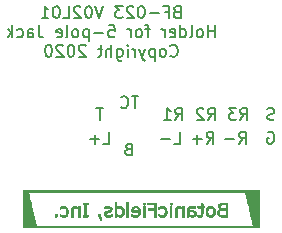
<source format=gbo>
G04 #@! TF.GenerationSoftware,KiCad,Pcbnew,(5.1.8)-1*
G04 #@! TF.CreationDate,2020-12-25T11:22:17+09:00*
G04 #@! TF.ProjectId,bf-023,62662d30-3233-42e6-9b69-6361645f7063,V02L01*
G04 #@! TF.SameCoordinates,Original*
G04 #@! TF.FileFunction,Legend,Bot*
G04 #@! TF.FilePolarity,Positive*
%FSLAX46Y46*%
G04 Gerber Fmt 4.6, Leading zero omitted, Abs format (unit mm)*
G04 Created by KiCad (PCBNEW (5.1.8)-1) date 2020-12-25 11:22:17*
%MOMM*%
%LPD*%
G01*
G04 APERTURE LIST*
%ADD10C,0.150000*%
%ADD11C,0.010000*%
G04 APERTURE END LIST*
D10*
X147416666Y-110952380D02*
X147750000Y-110476190D01*
X147988095Y-110952380D02*
X147988095Y-109952380D01*
X147607142Y-109952380D01*
X147511904Y-110000000D01*
X147464285Y-110047619D01*
X147416666Y-110142857D01*
X147416666Y-110285714D01*
X147464285Y-110380952D01*
X147511904Y-110428571D01*
X147607142Y-110476190D01*
X147988095Y-110476190D01*
X146464285Y-110952380D02*
X147035714Y-110952380D01*
X146750000Y-110952380D02*
X146750000Y-109952380D01*
X146845238Y-110095238D01*
X146940476Y-110190476D01*
X147035714Y-110238095D01*
X150166666Y-110952380D02*
X150500000Y-110476190D01*
X150738095Y-110952380D02*
X150738095Y-109952380D01*
X150357142Y-109952380D01*
X150261904Y-110000000D01*
X150214285Y-110047619D01*
X150166666Y-110142857D01*
X150166666Y-110285714D01*
X150214285Y-110380952D01*
X150261904Y-110428571D01*
X150357142Y-110476190D01*
X150738095Y-110476190D01*
X149785714Y-110047619D02*
X149738095Y-110000000D01*
X149642857Y-109952380D01*
X149404761Y-109952380D01*
X149309523Y-110000000D01*
X149261904Y-110047619D01*
X149214285Y-110142857D01*
X149214285Y-110238095D01*
X149261904Y-110380952D01*
X149833333Y-110952380D01*
X149214285Y-110952380D01*
X152916666Y-110952380D02*
X153250000Y-110476190D01*
X153488095Y-110952380D02*
X153488095Y-109952380D01*
X153107142Y-109952380D01*
X153011904Y-110000000D01*
X152964285Y-110047619D01*
X152916666Y-110142857D01*
X152916666Y-110285714D01*
X152964285Y-110380952D01*
X153011904Y-110428571D01*
X153107142Y-110476190D01*
X153488095Y-110476190D01*
X152583333Y-109952380D02*
X151964285Y-109952380D01*
X152297619Y-110333333D01*
X152154761Y-110333333D01*
X152059523Y-110380952D01*
X152011904Y-110428571D01*
X151964285Y-110523809D01*
X151964285Y-110761904D01*
X152011904Y-110857142D01*
X152059523Y-110904761D01*
X152154761Y-110952380D01*
X152440476Y-110952380D01*
X152535714Y-110904761D01*
X152583333Y-110857142D01*
X155785714Y-110904761D02*
X155642857Y-110952380D01*
X155404761Y-110952380D01*
X155309523Y-110904761D01*
X155261904Y-110857142D01*
X155214285Y-110761904D01*
X155214285Y-110666666D01*
X155261904Y-110571428D01*
X155309523Y-110523809D01*
X155404761Y-110476190D01*
X155595238Y-110428571D01*
X155690476Y-110380952D01*
X155738095Y-110333333D01*
X155785714Y-110238095D01*
X155785714Y-110142857D01*
X155738095Y-110047619D01*
X155690476Y-110000000D01*
X155595238Y-109952380D01*
X155357142Y-109952380D01*
X155214285Y-110000000D01*
X155238095Y-112000000D02*
X155333333Y-111952380D01*
X155476190Y-111952380D01*
X155619047Y-112000000D01*
X155714285Y-112095238D01*
X155761904Y-112190476D01*
X155809523Y-112380952D01*
X155809523Y-112523809D01*
X155761904Y-112714285D01*
X155714285Y-112809523D01*
X155619047Y-112904761D01*
X155476190Y-112952380D01*
X155380952Y-112952380D01*
X155238095Y-112904761D01*
X155190476Y-112857142D01*
X155190476Y-112523809D01*
X155380952Y-112523809D01*
X141285714Y-109952380D02*
X140714285Y-109952380D01*
X141000000Y-110952380D02*
X141000000Y-109952380D01*
X143428571Y-113428571D02*
X143285714Y-113476190D01*
X143238095Y-113523809D01*
X143190476Y-113619047D01*
X143190476Y-113761904D01*
X143238095Y-113857142D01*
X143285714Y-113904761D01*
X143380952Y-113952380D01*
X143761904Y-113952380D01*
X143761904Y-112952380D01*
X143428571Y-112952380D01*
X143333333Y-113000000D01*
X143285714Y-113047619D01*
X143238095Y-113142857D01*
X143238095Y-113238095D01*
X143285714Y-113333333D01*
X143333333Y-113380952D01*
X143428571Y-113428571D01*
X143761904Y-113428571D01*
X144285714Y-108952380D02*
X143714285Y-108952380D01*
X144000000Y-109952380D02*
X144000000Y-108952380D01*
X142809523Y-109857142D02*
X142857142Y-109904761D01*
X143000000Y-109952380D01*
X143095238Y-109952380D01*
X143238095Y-109904761D01*
X143333333Y-109809523D01*
X143380952Y-109714285D01*
X143428571Y-109523809D01*
X143428571Y-109380952D01*
X143380952Y-109190476D01*
X143333333Y-109095238D01*
X143238095Y-109000000D01*
X143095238Y-108952380D01*
X143000000Y-108952380D01*
X142857142Y-109000000D01*
X142809523Y-109047619D01*
X147309523Y-112952380D02*
X147785714Y-112952380D01*
X147785714Y-111952380D01*
X146976190Y-112571428D02*
X146214285Y-112571428D01*
X141309523Y-112952380D02*
X141785714Y-112952380D01*
X141785714Y-111952380D01*
X140976190Y-112571428D02*
X140214285Y-112571428D01*
X140595238Y-112952380D02*
X140595238Y-112190476D01*
X152809523Y-112952380D02*
X153142857Y-112476190D01*
X153380952Y-112952380D02*
X153380952Y-111952380D01*
X153000000Y-111952380D01*
X152904761Y-112000000D01*
X152857142Y-112047619D01*
X152809523Y-112142857D01*
X152809523Y-112285714D01*
X152857142Y-112380952D01*
X152904761Y-112428571D01*
X153000000Y-112476190D01*
X153380952Y-112476190D01*
X152380952Y-112571428D02*
X151619047Y-112571428D01*
X150059523Y-112952380D02*
X150392857Y-112476190D01*
X150630952Y-112952380D02*
X150630952Y-111952380D01*
X150250000Y-111952380D01*
X150154761Y-112000000D01*
X150107142Y-112047619D01*
X150059523Y-112142857D01*
X150059523Y-112285714D01*
X150107142Y-112380952D01*
X150154761Y-112428571D01*
X150250000Y-112476190D01*
X150630952Y-112476190D01*
X149630952Y-112571428D02*
X148869047Y-112571428D01*
X149250000Y-112952380D02*
X149250000Y-112190476D01*
X147523809Y-101778571D02*
X147380952Y-101826190D01*
X147333333Y-101873809D01*
X147285714Y-101969047D01*
X147285714Y-102111904D01*
X147333333Y-102207142D01*
X147380952Y-102254761D01*
X147476190Y-102302380D01*
X147857142Y-102302380D01*
X147857142Y-101302380D01*
X147523809Y-101302380D01*
X147428571Y-101350000D01*
X147380952Y-101397619D01*
X147333333Y-101492857D01*
X147333333Y-101588095D01*
X147380952Y-101683333D01*
X147428571Y-101730952D01*
X147523809Y-101778571D01*
X147857142Y-101778571D01*
X146523809Y-101778571D02*
X146857142Y-101778571D01*
X146857142Y-102302380D02*
X146857142Y-101302380D01*
X146380952Y-101302380D01*
X146000000Y-101921428D02*
X145238095Y-101921428D01*
X144571428Y-101302380D02*
X144476190Y-101302380D01*
X144380952Y-101350000D01*
X144333333Y-101397619D01*
X144285714Y-101492857D01*
X144238095Y-101683333D01*
X144238095Y-101921428D01*
X144285714Y-102111904D01*
X144333333Y-102207142D01*
X144380952Y-102254761D01*
X144476190Y-102302380D01*
X144571428Y-102302380D01*
X144666666Y-102254761D01*
X144714285Y-102207142D01*
X144761904Y-102111904D01*
X144809523Y-101921428D01*
X144809523Y-101683333D01*
X144761904Y-101492857D01*
X144714285Y-101397619D01*
X144666666Y-101350000D01*
X144571428Y-101302380D01*
X143857142Y-101397619D02*
X143809523Y-101350000D01*
X143714285Y-101302380D01*
X143476190Y-101302380D01*
X143380952Y-101350000D01*
X143333333Y-101397619D01*
X143285714Y-101492857D01*
X143285714Y-101588095D01*
X143333333Y-101730952D01*
X143904761Y-102302380D01*
X143285714Y-102302380D01*
X142952380Y-101302380D02*
X142333333Y-101302380D01*
X142666666Y-101683333D01*
X142523809Y-101683333D01*
X142428571Y-101730952D01*
X142380952Y-101778571D01*
X142333333Y-101873809D01*
X142333333Y-102111904D01*
X142380952Y-102207142D01*
X142428571Y-102254761D01*
X142523809Y-102302380D01*
X142809523Y-102302380D01*
X142904761Y-102254761D01*
X142952380Y-102207142D01*
X141285714Y-101302380D02*
X140952380Y-102302380D01*
X140619047Y-101302380D01*
X140095238Y-101302380D02*
X140000000Y-101302380D01*
X139904761Y-101350000D01*
X139857142Y-101397619D01*
X139809523Y-101492857D01*
X139761904Y-101683333D01*
X139761904Y-101921428D01*
X139809523Y-102111904D01*
X139857142Y-102207142D01*
X139904761Y-102254761D01*
X140000000Y-102302380D01*
X140095238Y-102302380D01*
X140190476Y-102254761D01*
X140238095Y-102207142D01*
X140285714Y-102111904D01*
X140333333Y-101921428D01*
X140333333Y-101683333D01*
X140285714Y-101492857D01*
X140238095Y-101397619D01*
X140190476Y-101350000D01*
X140095238Y-101302380D01*
X139380952Y-101397619D02*
X139333333Y-101350000D01*
X139238095Y-101302380D01*
X139000000Y-101302380D01*
X138904761Y-101350000D01*
X138857142Y-101397619D01*
X138809523Y-101492857D01*
X138809523Y-101588095D01*
X138857142Y-101730952D01*
X139428571Y-102302380D01*
X138809523Y-102302380D01*
X137904761Y-102302380D02*
X138380952Y-102302380D01*
X138380952Y-101302380D01*
X137380952Y-101302380D02*
X137285714Y-101302380D01*
X137190476Y-101350000D01*
X137142857Y-101397619D01*
X137095238Y-101492857D01*
X137047619Y-101683333D01*
X137047619Y-101921428D01*
X137095238Y-102111904D01*
X137142857Y-102207142D01*
X137190476Y-102254761D01*
X137285714Y-102302380D01*
X137380952Y-102302380D01*
X137476190Y-102254761D01*
X137523809Y-102207142D01*
X137571428Y-102111904D01*
X137619047Y-101921428D01*
X137619047Y-101683333D01*
X137571428Y-101492857D01*
X137523809Y-101397619D01*
X137476190Y-101350000D01*
X137380952Y-101302380D01*
X136095238Y-102302380D02*
X136666666Y-102302380D01*
X136380952Y-102302380D02*
X136380952Y-101302380D01*
X136476190Y-101445238D01*
X136571428Y-101540476D01*
X136666666Y-101588095D01*
X150738095Y-103952380D02*
X150738095Y-102952380D01*
X150738095Y-103428571D02*
X150166666Y-103428571D01*
X150166666Y-103952380D02*
X150166666Y-102952380D01*
X149547619Y-103952380D02*
X149642857Y-103904761D01*
X149690476Y-103857142D01*
X149738095Y-103761904D01*
X149738095Y-103476190D01*
X149690476Y-103380952D01*
X149642857Y-103333333D01*
X149547619Y-103285714D01*
X149404761Y-103285714D01*
X149309523Y-103333333D01*
X149261904Y-103380952D01*
X149214285Y-103476190D01*
X149214285Y-103761904D01*
X149261904Y-103857142D01*
X149309523Y-103904761D01*
X149404761Y-103952380D01*
X149547619Y-103952380D01*
X148642857Y-103952380D02*
X148738095Y-103904761D01*
X148785714Y-103809523D01*
X148785714Y-102952380D01*
X147833333Y-103952380D02*
X147833333Y-102952380D01*
X147833333Y-103904761D02*
X147928571Y-103952380D01*
X148119047Y-103952380D01*
X148214285Y-103904761D01*
X148261904Y-103857142D01*
X148309523Y-103761904D01*
X148309523Y-103476190D01*
X148261904Y-103380952D01*
X148214285Y-103333333D01*
X148119047Y-103285714D01*
X147928571Y-103285714D01*
X147833333Y-103333333D01*
X146976190Y-103904761D02*
X147071428Y-103952380D01*
X147261904Y-103952380D01*
X147357142Y-103904761D01*
X147404761Y-103809523D01*
X147404761Y-103428571D01*
X147357142Y-103333333D01*
X147261904Y-103285714D01*
X147071428Y-103285714D01*
X146976190Y-103333333D01*
X146928571Y-103428571D01*
X146928571Y-103523809D01*
X147404761Y-103619047D01*
X146500000Y-103952380D02*
X146500000Y-103285714D01*
X146500000Y-103476190D02*
X146452380Y-103380952D01*
X146404761Y-103333333D01*
X146309523Y-103285714D01*
X146214285Y-103285714D01*
X145261904Y-103285714D02*
X144880952Y-103285714D01*
X145119047Y-103952380D02*
X145119047Y-103095238D01*
X145071428Y-103000000D01*
X144976190Y-102952380D01*
X144880952Y-102952380D01*
X144404761Y-103952380D02*
X144500000Y-103904761D01*
X144547619Y-103857142D01*
X144595238Y-103761904D01*
X144595238Y-103476190D01*
X144547619Y-103380952D01*
X144500000Y-103333333D01*
X144404761Y-103285714D01*
X144261904Y-103285714D01*
X144166666Y-103333333D01*
X144119047Y-103380952D01*
X144071428Y-103476190D01*
X144071428Y-103761904D01*
X144119047Y-103857142D01*
X144166666Y-103904761D01*
X144261904Y-103952380D01*
X144404761Y-103952380D01*
X143642857Y-103952380D02*
X143642857Y-103285714D01*
X143642857Y-103476190D02*
X143595238Y-103380952D01*
X143547619Y-103333333D01*
X143452380Y-103285714D01*
X143357142Y-103285714D01*
X141785714Y-102952380D02*
X142261904Y-102952380D01*
X142309523Y-103428571D01*
X142261904Y-103380952D01*
X142166666Y-103333333D01*
X141928571Y-103333333D01*
X141833333Y-103380952D01*
X141785714Y-103428571D01*
X141738095Y-103523809D01*
X141738095Y-103761904D01*
X141785714Y-103857142D01*
X141833333Y-103904761D01*
X141928571Y-103952380D01*
X142166666Y-103952380D01*
X142261904Y-103904761D01*
X142309523Y-103857142D01*
X141309523Y-103571428D02*
X140547619Y-103571428D01*
X140071428Y-103285714D02*
X140071428Y-104285714D01*
X140071428Y-103333333D02*
X139976190Y-103285714D01*
X139785714Y-103285714D01*
X139690476Y-103333333D01*
X139642857Y-103380952D01*
X139595238Y-103476190D01*
X139595238Y-103761904D01*
X139642857Y-103857142D01*
X139690476Y-103904761D01*
X139785714Y-103952380D01*
X139976190Y-103952380D01*
X140071428Y-103904761D01*
X139023809Y-103952380D02*
X139119047Y-103904761D01*
X139166666Y-103857142D01*
X139214285Y-103761904D01*
X139214285Y-103476190D01*
X139166666Y-103380952D01*
X139119047Y-103333333D01*
X139023809Y-103285714D01*
X138880952Y-103285714D01*
X138785714Y-103333333D01*
X138738095Y-103380952D01*
X138690476Y-103476190D01*
X138690476Y-103761904D01*
X138738095Y-103857142D01*
X138785714Y-103904761D01*
X138880952Y-103952380D01*
X139023809Y-103952380D01*
X138119047Y-103952380D02*
X138214285Y-103904761D01*
X138261904Y-103809523D01*
X138261904Y-102952380D01*
X137357142Y-103904761D02*
X137452380Y-103952380D01*
X137642857Y-103952380D01*
X137738095Y-103904761D01*
X137785714Y-103809523D01*
X137785714Y-103428571D01*
X137738095Y-103333333D01*
X137642857Y-103285714D01*
X137452380Y-103285714D01*
X137357142Y-103333333D01*
X137309523Y-103428571D01*
X137309523Y-103523809D01*
X137785714Y-103619047D01*
X135833333Y-102952380D02*
X135833333Y-103666666D01*
X135880952Y-103809523D01*
X135976190Y-103904761D01*
X136119047Y-103952380D01*
X136214285Y-103952380D01*
X134928571Y-103952380D02*
X134928571Y-103428571D01*
X134976190Y-103333333D01*
X135071428Y-103285714D01*
X135261904Y-103285714D01*
X135357142Y-103333333D01*
X134928571Y-103904761D02*
X135023809Y-103952380D01*
X135261904Y-103952380D01*
X135357142Y-103904761D01*
X135404761Y-103809523D01*
X135404761Y-103714285D01*
X135357142Y-103619047D01*
X135261904Y-103571428D01*
X135023809Y-103571428D01*
X134928571Y-103523809D01*
X134023809Y-103904761D02*
X134119047Y-103952380D01*
X134309523Y-103952380D01*
X134404761Y-103904761D01*
X134452380Y-103857142D01*
X134500000Y-103761904D01*
X134500000Y-103476190D01*
X134452380Y-103380952D01*
X134404761Y-103333333D01*
X134309523Y-103285714D01*
X134119047Y-103285714D01*
X134023809Y-103333333D01*
X133595238Y-103952380D02*
X133595238Y-102952380D01*
X133500000Y-103571428D02*
X133214285Y-103952380D01*
X133214285Y-103285714D02*
X133595238Y-103666666D01*
X147000000Y-105507142D02*
X147047619Y-105554761D01*
X147190476Y-105602380D01*
X147285714Y-105602380D01*
X147428571Y-105554761D01*
X147523809Y-105459523D01*
X147571428Y-105364285D01*
X147619047Y-105173809D01*
X147619047Y-105030952D01*
X147571428Y-104840476D01*
X147523809Y-104745238D01*
X147428571Y-104650000D01*
X147285714Y-104602380D01*
X147190476Y-104602380D01*
X147047619Y-104650000D01*
X147000000Y-104697619D01*
X146428571Y-105602380D02*
X146523809Y-105554761D01*
X146571428Y-105507142D01*
X146619047Y-105411904D01*
X146619047Y-105126190D01*
X146571428Y-105030952D01*
X146523809Y-104983333D01*
X146428571Y-104935714D01*
X146285714Y-104935714D01*
X146190476Y-104983333D01*
X146142857Y-105030952D01*
X146095238Y-105126190D01*
X146095238Y-105411904D01*
X146142857Y-105507142D01*
X146190476Y-105554761D01*
X146285714Y-105602380D01*
X146428571Y-105602380D01*
X145666666Y-104935714D02*
X145666666Y-105935714D01*
X145666666Y-104983333D02*
X145571428Y-104935714D01*
X145380952Y-104935714D01*
X145285714Y-104983333D01*
X145238095Y-105030952D01*
X145190476Y-105126190D01*
X145190476Y-105411904D01*
X145238095Y-105507142D01*
X145285714Y-105554761D01*
X145380952Y-105602380D01*
X145571428Y-105602380D01*
X145666666Y-105554761D01*
X144857142Y-104935714D02*
X144619047Y-105602380D01*
X144380952Y-104935714D02*
X144619047Y-105602380D01*
X144714285Y-105840476D01*
X144761904Y-105888095D01*
X144857142Y-105935714D01*
X144000000Y-105602380D02*
X144000000Y-104935714D01*
X144000000Y-105126190D02*
X143952380Y-105030952D01*
X143904761Y-104983333D01*
X143809523Y-104935714D01*
X143714285Y-104935714D01*
X143380952Y-105602380D02*
X143380952Y-104935714D01*
X143380952Y-104602380D02*
X143428571Y-104650000D01*
X143380952Y-104697619D01*
X143333333Y-104650000D01*
X143380952Y-104602380D01*
X143380952Y-104697619D01*
X142476190Y-104935714D02*
X142476190Y-105745238D01*
X142523809Y-105840476D01*
X142571428Y-105888095D01*
X142666666Y-105935714D01*
X142809523Y-105935714D01*
X142904761Y-105888095D01*
X142476190Y-105554761D02*
X142571428Y-105602380D01*
X142761904Y-105602380D01*
X142857142Y-105554761D01*
X142904761Y-105507142D01*
X142952380Y-105411904D01*
X142952380Y-105126190D01*
X142904761Y-105030952D01*
X142857142Y-104983333D01*
X142761904Y-104935714D01*
X142571428Y-104935714D01*
X142476190Y-104983333D01*
X142000000Y-105602380D02*
X142000000Y-104602380D01*
X141571428Y-105602380D02*
X141571428Y-105078571D01*
X141619047Y-104983333D01*
X141714285Y-104935714D01*
X141857142Y-104935714D01*
X141952380Y-104983333D01*
X142000000Y-105030952D01*
X141238095Y-104935714D02*
X140857142Y-104935714D01*
X141095238Y-104602380D02*
X141095238Y-105459523D01*
X141047619Y-105554761D01*
X140952380Y-105602380D01*
X140857142Y-105602380D01*
X139809523Y-104697619D02*
X139761904Y-104650000D01*
X139666666Y-104602380D01*
X139428571Y-104602380D01*
X139333333Y-104650000D01*
X139285714Y-104697619D01*
X139238095Y-104792857D01*
X139238095Y-104888095D01*
X139285714Y-105030952D01*
X139857142Y-105602380D01*
X139238095Y-105602380D01*
X138619047Y-104602380D02*
X138523809Y-104602380D01*
X138428571Y-104650000D01*
X138380952Y-104697619D01*
X138333333Y-104792857D01*
X138285714Y-104983333D01*
X138285714Y-105221428D01*
X138333333Y-105411904D01*
X138380952Y-105507142D01*
X138428571Y-105554761D01*
X138523809Y-105602380D01*
X138619047Y-105602380D01*
X138714285Y-105554761D01*
X138761904Y-105507142D01*
X138809523Y-105411904D01*
X138857142Y-105221428D01*
X138857142Y-104983333D01*
X138809523Y-104792857D01*
X138761904Y-104697619D01*
X138714285Y-104650000D01*
X138619047Y-104602380D01*
X137904761Y-104697619D02*
X137857142Y-104650000D01*
X137761904Y-104602380D01*
X137523809Y-104602380D01*
X137428571Y-104650000D01*
X137380952Y-104697619D01*
X137333333Y-104792857D01*
X137333333Y-104888095D01*
X137380952Y-105030952D01*
X137952380Y-105602380D01*
X137333333Y-105602380D01*
X136714285Y-104602380D02*
X136619047Y-104602380D01*
X136523809Y-104650000D01*
X136476190Y-104697619D01*
X136428571Y-104792857D01*
X136380952Y-104983333D01*
X136380952Y-105221428D01*
X136428571Y-105411904D01*
X136476190Y-105507142D01*
X136523809Y-105554761D01*
X136619047Y-105602380D01*
X136714285Y-105602380D01*
X136809523Y-105554761D01*
X136857142Y-105507142D01*
X136904761Y-105411904D01*
X136952380Y-105221428D01*
X136952380Y-104983333D01*
X136904761Y-104792857D01*
X136857142Y-104697619D01*
X136809523Y-104650000D01*
X136714285Y-104602380D01*
D11*
G36*
X144722618Y-117960633D02*
G01*
X144702815Y-117990430D01*
X144700500Y-118030500D01*
X144708242Y-118086197D01*
X144741156Y-118109716D01*
X144770495Y-118114751D01*
X144832637Y-118107967D01*
X144855193Y-118084484D01*
X144865279Y-118012870D01*
X144834183Y-117967685D01*
X144776353Y-117954300D01*
X144722618Y-117960633D01*
G37*
X144722618Y-117960633D02*
X144702815Y-117990430D01*
X144700500Y-118030500D01*
X144708242Y-118086197D01*
X144741156Y-118109716D01*
X144770495Y-118114751D01*
X144832637Y-118107967D01*
X144855193Y-118084484D01*
X144865279Y-118012870D01*
X144834183Y-117967685D01*
X144776353Y-117954300D01*
X144722618Y-117960633D01*
G36*
X146957818Y-117960633D02*
G01*
X146938015Y-117990430D01*
X146935700Y-118030500D01*
X146943442Y-118086197D01*
X146976356Y-118109716D01*
X147005695Y-118114751D01*
X147067837Y-118107967D01*
X147090393Y-118084484D01*
X147100479Y-118012870D01*
X147069383Y-117967685D01*
X147011553Y-117954300D01*
X146957818Y-117960633D01*
G37*
X146957818Y-117960633D02*
X146938015Y-117990430D01*
X146935700Y-118030500D01*
X146943442Y-118086197D01*
X146976356Y-118109716D01*
X147005695Y-118114751D01*
X147067837Y-118107967D01*
X147090393Y-118084484D01*
X147100479Y-118012870D01*
X147069383Y-117967685D01*
X147011553Y-117954300D01*
X146957818Y-117960633D01*
G36*
X137229076Y-118909240D02*
G01*
X137203210Y-118925776D01*
X137195349Y-118970236D01*
X137194800Y-119021100D01*
X137196698Y-119091330D01*
X137209560Y-119124587D01*
X137244140Y-119134694D01*
X137283700Y-119135400D01*
X137338325Y-119132959D01*
X137364191Y-119116423D01*
X137372052Y-119071963D01*
X137372600Y-119021100D01*
X137370703Y-118950869D01*
X137357841Y-118917612D01*
X137323261Y-118907505D01*
X137283700Y-118906800D01*
X137229076Y-118909240D01*
G37*
X137229076Y-118909240D02*
X137203210Y-118925776D01*
X137195349Y-118970236D01*
X137194800Y-119021100D01*
X137196698Y-119091330D01*
X137209560Y-119124587D01*
X137244140Y-119134694D01*
X137283700Y-119135400D01*
X137338325Y-119132959D01*
X137364191Y-119116423D01*
X137372052Y-119071963D01*
X137372600Y-119021100D01*
X137370703Y-118950869D01*
X137357841Y-118917612D01*
X137323261Y-118907505D01*
X137283700Y-118906800D01*
X137229076Y-118909240D01*
G36*
X138731933Y-118263360D02*
G01*
X138677388Y-118301666D01*
X138634073Y-118357235D01*
X138603046Y-118429412D01*
X138582647Y-118526448D01*
X138571214Y-118656590D01*
X138567086Y-118828089D01*
X138567006Y-118849650D01*
X138566400Y-119135400D01*
X138714763Y-119135400D01*
X138723132Y-118807784D01*
X138727679Y-118668365D01*
X138733917Y-118570326D01*
X138743248Y-118504245D01*
X138757076Y-118460703D01*
X138776804Y-118430280D01*
X138779887Y-118426784D01*
X138845837Y-118383075D01*
X138931738Y-118379311D01*
X139042836Y-118415486D01*
X139066381Y-118426465D01*
X139176000Y-118479531D01*
X139176000Y-119135400D01*
X139329600Y-119135400D01*
X139315700Y-118259100D01*
X139245850Y-118251062D01*
X139194448Y-118252646D01*
X139176816Y-118280180D01*
X139176000Y-118295512D01*
X139173896Y-118332355D01*
X139160301Y-118343851D01*
X139124289Y-118329761D01*
X139060230Y-118292966D01*
X138946995Y-118247245D01*
X138832902Y-118237482D01*
X138731933Y-118263360D01*
G37*
X138731933Y-118263360D02*
X138677388Y-118301666D01*
X138634073Y-118357235D01*
X138603046Y-118429412D01*
X138582647Y-118526448D01*
X138571214Y-118656590D01*
X138567086Y-118828089D01*
X138567006Y-118849650D01*
X138566400Y-119135400D01*
X138714763Y-119135400D01*
X138723132Y-118807784D01*
X138727679Y-118668365D01*
X138733917Y-118570326D01*
X138743248Y-118504245D01*
X138757076Y-118460703D01*
X138776804Y-118430280D01*
X138779887Y-118426784D01*
X138845837Y-118383075D01*
X138931738Y-118379311D01*
X139042836Y-118415486D01*
X139066381Y-118426465D01*
X139176000Y-118479531D01*
X139176000Y-119135400D01*
X139329600Y-119135400D01*
X139315700Y-118259100D01*
X139245850Y-118251062D01*
X139194448Y-118252646D01*
X139176816Y-118280180D01*
X139176000Y-118295512D01*
X139173896Y-118332355D01*
X139160301Y-118343851D01*
X139124289Y-118329761D01*
X139060230Y-118292966D01*
X138946995Y-118247245D01*
X138832902Y-118237482D01*
X138731933Y-118263360D01*
G36*
X139677385Y-117967505D02*
G01*
X139610195Y-117970832D01*
X139574252Y-117979696D01*
X139559783Y-117996813D01*
X139557012Y-118024898D01*
X139557000Y-118030500D01*
X139565202Y-118075881D01*
X139600064Y-118092483D01*
X139633200Y-118094000D01*
X139709400Y-118094000D01*
X139709400Y-119008400D01*
X139633200Y-119008400D01*
X139578742Y-119015234D01*
X139558820Y-119044286D01*
X139557000Y-119071900D01*
X139558821Y-119101959D01*
X139570799Y-119120623D01*
X139602710Y-119130607D01*
X139664329Y-119134627D01*
X139765433Y-119135396D01*
X139785600Y-119135400D01*
X139893816Y-119134894D01*
X139961006Y-119131567D01*
X139996949Y-119122703D01*
X140011418Y-119105586D01*
X140014189Y-119077501D01*
X140014200Y-119071900D01*
X140005999Y-119026518D01*
X139971137Y-119009916D01*
X139938000Y-119008400D01*
X139861800Y-119008400D01*
X139861800Y-118094000D01*
X139938000Y-118094000D01*
X139992459Y-118087165D01*
X140012381Y-118058113D01*
X140014200Y-118030500D01*
X140012380Y-118000440D01*
X140000402Y-117981776D01*
X139968491Y-117971792D01*
X139906872Y-117967772D01*
X139805768Y-117967003D01*
X139785600Y-117967000D01*
X139677385Y-117967505D01*
G37*
X139677385Y-117967505D02*
X139610195Y-117970832D01*
X139574252Y-117979696D01*
X139559783Y-117996813D01*
X139557012Y-118024898D01*
X139557000Y-118030500D01*
X139565202Y-118075881D01*
X139600064Y-118092483D01*
X139633200Y-118094000D01*
X139709400Y-118094000D01*
X139709400Y-119008400D01*
X139633200Y-119008400D01*
X139578742Y-119015234D01*
X139558820Y-119044286D01*
X139557000Y-119071900D01*
X139558821Y-119101959D01*
X139570799Y-119120623D01*
X139602710Y-119130607D01*
X139664329Y-119134627D01*
X139765433Y-119135396D01*
X139785600Y-119135400D01*
X139893816Y-119134894D01*
X139961006Y-119131567D01*
X139996949Y-119122703D01*
X140011418Y-119105586D01*
X140014189Y-119077501D01*
X140014200Y-119071900D01*
X140005999Y-119026518D01*
X139971137Y-119009916D01*
X139938000Y-119008400D01*
X139861800Y-119008400D01*
X139861800Y-118094000D01*
X139938000Y-118094000D01*
X139992459Y-118087165D01*
X140012381Y-118058113D01*
X140014200Y-118030500D01*
X140012380Y-118000440D01*
X140000402Y-117981776D01*
X139968491Y-117971792D01*
X139906872Y-117967772D01*
X139805768Y-117967003D01*
X139785600Y-117967000D01*
X139677385Y-117967505D01*
G36*
X143265400Y-119135400D02*
G01*
X143417800Y-119135400D01*
X143417800Y-117916200D01*
X143265400Y-117916200D01*
X143265400Y-119135400D01*
G37*
X143265400Y-119135400D02*
X143417800Y-119135400D01*
X143417800Y-117916200D01*
X143265400Y-117916200D01*
X143265400Y-119135400D01*
G36*
X144770350Y-118251062D02*
G01*
X144700500Y-118259100D01*
X144693551Y-118697250D01*
X144686601Y-119135400D01*
X144840200Y-119135400D01*
X144840200Y-118243025D01*
X144770350Y-118251062D01*
G37*
X144770350Y-118251062D02*
X144700500Y-118259100D01*
X144693551Y-118697250D01*
X144686601Y-119135400D01*
X144840200Y-119135400D01*
X144840200Y-118243025D01*
X144770350Y-118251062D01*
G36*
X145018000Y-118094000D02*
G01*
X145627600Y-118094000D01*
X145627600Y-118424200D01*
X145119600Y-118424200D01*
X145119600Y-118576600D01*
X145627600Y-118576600D01*
X145627600Y-119135400D01*
X145780000Y-119135400D01*
X145780000Y-117967000D01*
X145018000Y-117967000D01*
X145018000Y-118094000D01*
G37*
X145018000Y-118094000D02*
X145627600Y-118094000D01*
X145627600Y-118424200D01*
X145119600Y-118424200D01*
X145119600Y-118576600D01*
X145627600Y-118576600D01*
X145627600Y-119135400D01*
X145780000Y-119135400D01*
X145780000Y-117967000D01*
X145018000Y-117967000D01*
X145018000Y-118094000D01*
G36*
X147005550Y-118251062D02*
G01*
X146935700Y-118259100D01*
X146928751Y-118697250D01*
X146921801Y-119135400D01*
X147075400Y-119135400D01*
X147075400Y-118243025D01*
X147005550Y-118251062D01*
G37*
X147005550Y-118251062D02*
X146935700Y-118259100D01*
X146928751Y-118697250D01*
X146921801Y-119135400D01*
X147075400Y-119135400D01*
X147075400Y-118243025D01*
X147005550Y-118251062D01*
G36*
X147545733Y-118263360D02*
G01*
X147491188Y-118301666D01*
X147447873Y-118357235D01*
X147416846Y-118429412D01*
X147396447Y-118526448D01*
X147385014Y-118656590D01*
X147380886Y-118828089D01*
X147380806Y-118849650D01*
X147380200Y-119135400D01*
X147528563Y-119135400D01*
X147536932Y-118807784D01*
X147541479Y-118668365D01*
X147547717Y-118570326D01*
X147557048Y-118504245D01*
X147570876Y-118460703D01*
X147590604Y-118430280D01*
X147593687Y-118426784D01*
X147659637Y-118383075D01*
X147745538Y-118379311D01*
X147856636Y-118415486D01*
X147880181Y-118426465D01*
X147989800Y-118479531D01*
X147989800Y-119135400D01*
X148143400Y-119135400D01*
X148129500Y-118259100D01*
X148059650Y-118251062D01*
X148008248Y-118252646D01*
X147990616Y-118280180D01*
X147989800Y-118295512D01*
X147987696Y-118332355D01*
X147974101Y-118343851D01*
X147938089Y-118329761D01*
X147874030Y-118292966D01*
X147760795Y-118247245D01*
X147646702Y-118237482D01*
X147545733Y-118263360D01*
G37*
X147545733Y-118263360D02*
X147491188Y-118301666D01*
X147447873Y-118357235D01*
X147416846Y-118429412D01*
X147396447Y-118526448D01*
X147385014Y-118656590D01*
X147380886Y-118828089D01*
X147380806Y-118849650D01*
X147380200Y-119135400D01*
X147528563Y-119135400D01*
X147536932Y-118807784D01*
X147541479Y-118668365D01*
X147547717Y-118570326D01*
X147557048Y-118504245D01*
X147570876Y-118460703D01*
X147590604Y-118430280D01*
X147593687Y-118426784D01*
X147659637Y-118383075D01*
X147745538Y-118379311D01*
X147856636Y-118415486D01*
X147880181Y-118426465D01*
X147989800Y-118479531D01*
X147989800Y-119135400D01*
X148143400Y-119135400D01*
X148129500Y-118259100D01*
X148059650Y-118251062D01*
X148008248Y-118252646D01*
X147990616Y-118280180D01*
X147989800Y-118295512D01*
X147987696Y-118332355D01*
X147974101Y-118343851D01*
X147938089Y-118329761D01*
X147874030Y-118292966D01*
X147760795Y-118247245D01*
X147646702Y-118237482D01*
X147545733Y-118263360D01*
G36*
X151374833Y-117971614D02*
G01*
X151249534Y-117986835D01*
X151160474Y-118014724D01*
X151100734Y-118057345D01*
X151066720Y-118109119D01*
X151037905Y-118222311D01*
X151057744Y-118325032D01*
X151109492Y-118398199D01*
X151181184Y-118469890D01*
X151097940Y-118509587D01*
X151013824Y-118575453D01*
X150960173Y-118669906D01*
X150939276Y-118779262D01*
X150953421Y-118889836D01*
X151004898Y-118987946D01*
X151015809Y-119000555D01*
X151076067Y-119055432D01*
X151145463Y-119093738D01*
X151234007Y-119118084D01*
X151351706Y-119131083D01*
X151508569Y-119135350D01*
X151532285Y-119135400D01*
X151825200Y-119135400D01*
X151825200Y-118576600D01*
X151672800Y-118576600D01*
X151672800Y-119008400D01*
X151494185Y-119008400D01*
X151388162Y-119003002D01*
X151289923Y-118988901D01*
X151227323Y-118971528D01*
X151144402Y-118913373D01*
X151103525Y-118828133D01*
X151105329Y-118727907D01*
X151133740Y-118661147D01*
X151191696Y-118615423D01*
X151285150Y-118588255D01*
X151420050Y-118577163D01*
X151468339Y-118576600D01*
X151672800Y-118576600D01*
X151825200Y-118576600D01*
X151825200Y-118424200D01*
X151672800Y-118424200D01*
X151487155Y-118424200D01*
X151374756Y-118419296D01*
X151291736Y-118405741D01*
X151256182Y-118391055D01*
X151224252Y-118341964D01*
X151208809Y-118268141D01*
X151211837Y-118193093D01*
X151235032Y-118140608D01*
X151273040Y-118125338D01*
X151347420Y-118111264D01*
X151443761Y-118100935D01*
X151468667Y-118099290D01*
X151672800Y-118087472D01*
X151672800Y-118424200D01*
X151825200Y-118424200D01*
X151825200Y-117967000D01*
X151543289Y-117966999D01*
X151374833Y-117971614D01*
G37*
X151374833Y-117971614D02*
X151249534Y-117986835D01*
X151160474Y-118014724D01*
X151100734Y-118057345D01*
X151066720Y-118109119D01*
X151037905Y-118222311D01*
X151057744Y-118325032D01*
X151109492Y-118398199D01*
X151181184Y-118469890D01*
X151097940Y-118509587D01*
X151013824Y-118575453D01*
X150960173Y-118669906D01*
X150939276Y-118779262D01*
X150953421Y-118889836D01*
X151004898Y-118987946D01*
X151015809Y-119000555D01*
X151076067Y-119055432D01*
X151145463Y-119093738D01*
X151234007Y-119118084D01*
X151351706Y-119131083D01*
X151508569Y-119135350D01*
X151532285Y-119135400D01*
X151825200Y-119135400D01*
X151825200Y-118576600D01*
X151672800Y-118576600D01*
X151672800Y-119008400D01*
X151494185Y-119008400D01*
X151388162Y-119003002D01*
X151289923Y-118988901D01*
X151227323Y-118971528D01*
X151144402Y-118913373D01*
X151103525Y-118828133D01*
X151105329Y-118727907D01*
X151133740Y-118661147D01*
X151191696Y-118615423D01*
X151285150Y-118588255D01*
X151420050Y-118577163D01*
X151468339Y-118576600D01*
X151672800Y-118576600D01*
X151825200Y-118576600D01*
X151825200Y-118424200D01*
X151672800Y-118424200D01*
X151487155Y-118424200D01*
X151374756Y-118419296D01*
X151291736Y-118405741D01*
X151256182Y-118391055D01*
X151224252Y-118341964D01*
X151208809Y-118268141D01*
X151211837Y-118193093D01*
X151235032Y-118140608D01*
X151273040Y-118125338D01*
X151347420Y-118111264D01*
X151443761Y-118100935D01*
X151468667Y-118099290D01*
X151672800Y-118087472D01*
X151672800Y-118424200D01*
X151825200Y-118424200D01*
X151825200Y-117967000D01*
X151543289Y-117966999D01*
X151374833Y-117971614D01*
G36*
X137732962Y-118266444D02*
G01*
X137718347Y-118270860D01*
X137657231Y-118296822D01*
X137631508Y-118331581D01*
X137626600Y-118385331D01*
X137626600Y-118469523D01*
X137720871Y-118421461D01*
X137849035Y-118378243D01*
X137964302Y-118380668D01*
X138060643Y-118424048D01*
X138132025Y-118503691D01*
X138172416Y-118614908D01*
X138175785Y-118753008D01*
X138173123Y-118773134D01*
X138135343Y-118896885D01*
X138067425Y-118981022D01*
X137973192Y-119023710D01*
X137856469Y-119023111D01*
X137734550Y-118983684D01*
X137626600Y-118934683D01*
X137626600Y-119010937D01*
X137635572Y-119067008D01*
X137671781Y-119103301D01*
X137714685Y-119123996D01*
X137833225Y-119153686D01*
X137964299Y-119156061D01*
X138082135Y-119131042D01*
X138096500Y-119125176D01*
X138202409Y-119052417D01*
X138279509Y-118946622D01*
X138324754Y-118818542D01*
X138335097Y-118678923D01*
X138307492Y-118538514D01*
X138280650Y-118475518D01*
X138231578Y-118397048D01*
X138175329Y-118331184D01*
X138154704Y-118313564D01*
X138072208Y-118276082D01*
X137960986Y-118254421D01*
X137841188Y-118250551D01*
X137732962Y-118266444D01*
G37*
X137732962Y-118266444D02*
X137718347Y-118270860D01*
X137657231Y-118296822D01*
X137631508Y-118331581D01*
X137626600Y-118385331D01*
X137626600Y-118469523D01*
X137720871Y-118421461D01*
X137849035Y-118378243D01*
X137964302Y-118380668D01*
X138060643Y-118424048D01*
X138132025Y-118503691D01*
X138172416Y-118614908D01*
X138175785Y-118753008D01*
X138173123Y-118773134D01*
X138135343Y-118896885D01*
X138067425Y-118981022D01*
X137973192Y-119023710D01*
X137856469Y-119023111D01*
X137734550Y-118983684D01*
X137626600Y-118934683D01*
X137626600Y-119010937D01*
X137635572Y-119067008D01*
X137671781Y-119103301D01*
X137714685Y-119123996D01*
X137833225Y-119153686D01*
X137964299Y-119156061D01*
X138082135Y-119131042D01*
X138096500Y-119125176D01*
X138202409Y-119052417D01*
X138279509Y-118946622D01*
X138324754Y-118818542D01*
X138335097Y-118678923D01*
X138307492Y-118538514D01*
X138280650Y-118475518D01*
X138231578Y-118397048D01*
X138175329Y-118331184D01*
X138154704Y-118313564D01*
X138072208Y-118276082D01*
X137960986Y-118254421D01*
X137841188Y-118250551D01*
X137732962Y-118266444D01*
G36*
X141568074Y-118249307D02*
G01*
X141474700Y-118266426D01*
X141417955Y-118293261D01*
X141394106Y-118342866D01*
X141390541Y-118368724D01*
X141389874Y-118426684D01*
X141409172Y-118445215D01*
X141457082Y-118428136D01*
X141487400Y-118411500D01*
X141550235Y-118389956D01*
X141637653Y-118376470D01*
X141682810Y-118374300D01*
X141767517Y-118378026D01*
X141818736Y-118394275D01*
X141853281Y-118428457D01*
X141853924Y-118429371D01*
X141879106Y-118478152D01*
X141869108Y-118520379D01*
X141858667Y-118537245D01*
X141808780Y-118581999D01*
X141751053Y-118607845D01*
X141676873Y-118626590D01*
X141589250Y-118648457D01*
X141575209Y-118651934D01*
X141462103Y-118695111D01*
X141392557Y-118760332D01*
X141362413Y-118852220D01*
X141360400Y-118890661D01*
X141376475Y-118988068D01*
X141429298Y-119064554D01*
X141525764Y-119129933D01*
X141530181Y-119132225D01*
X141600634Y-119151355D01*
X141700888Y-119158354D01*
X141811466Y-119153437D01*
X141912892Y-119136821D01*
X141944600Y-119127616D01*
X142006748Y-119098396D01*
X142034480Y-119056026D01*
X142041460Y-119014750D01*
X142043778Y-118958689D01*
X142038782Y-118932464D01*
X142037884Y-118932200D01*
X142009969Y-118941798D01*
X141952071Y-118966187D01*
X141915624Y-118982442D01*
X141807010Y-119018167D01*
X141697199Y-119031819D01*
X141602950Y-119022548D01*
X141553576Y-119000797D01*
X141518497Y-118944865D01*
X141516971Y-118892847D01*
X141525090Y-118852967D01*
X141545817Y-118825975D01*
X141590341Y-118804710D01*
X141669850Y-118782010D01*
X141703300Y-118773574D01*
X141801897Y-118744728D01*
X141888383Y-118711994D01*
X141943233Y-118682954D01*
X142005561Y-118608642D01*
X142028698Y-118517554D01*
X142014317Y-118423099D01*
X141964088Y-118338685D01*
X141893554Y-118284372D01*
X141805645Y-118257052D01*
X141690121Y-118245063D01*
X141568074Y-118249307D01*
G37*
X141568074Y-118249307D02*
X141474700Y-118266426D01*
X141417955Y-118293261D01*
X141394106Y-118342866D01*
X141390541Y-118368724D01*
X141389874Y-118426684D01*
X141409172Y-118445215D01*
X141457082Y-118428136D01*
X141487400Y-118411500D01*
X141550235Y-118389956D01*
X141637653Y-118376470D01*
X141682810Y-118374300D01*
X141767517Y-118378026D01*
X141818736Y-118394275D01*
X141853281Y-118428457D01*
X141853924Y-118429371D01*
X141879106Y-118478152D01*
X141869108Y-118520379D01*
X141858667Y-118537245D01*
X141808780Y-118581999D01*
X141751053Y-118607845D01*
X141676873Y-118626590D01*
X141589250Y-118648457D01*
X141575209Y-118651934D01*
X141462103Y-118695111D01*
X141392557Y-118760332D01*
X141362413Y-118852220D01*
X141360400Y-118890661D01*
X141376475Y-118988068D01*
X141429298Y-119064554D01*
X141525764Y-119129933D01*
X141530181Y-119132225D01*
X141600634Y-119151355D01*
X141700888Y-119158354D01*
X141811466Y-119153437D01*
X141912892Y-119136821D01*
X141944600Y-119127616D01*
X142006748Y-119098396D01*
X142034480Y-119056026D01*
X142041460Y-119014750D01*
X142043778Y-118958689D01*
X142038782Y-118932464D01*
X142037884Y-118932200D01*
X142009969Y-118941798D01*
X141952071Y-118966187D01*
X141915624Y-118982442D01*
X141807010Y-119018167D01*
X141697199Y-119031819D01*
X141602950Y-119022548D01*
X141553576Y-119000797D01*
X141518497Y-118944865D01*
X141516971Y-118892847D01*
X141525090Y-118852967D01*
X141545817Y-118825975D01*
X141590341Y-118804710D01*
X141669850Y-118782010D01*
X141703300Y-118773574D01*
X141801897Y-118744728D01*
X141888383Y-118711994D01*
X141943233Y-118682954D01*
X142005561Y-118608642D01*
X142028698Y-118517554D01*
X142014317Y-118423099D01*
X141964088Y-118338685D01*
X141893554Y-118284372D01*
X141805645Y-118257052D01*
X141690121Y-118245063D01*
X141568074Y-118249307D01*
G36*
X142274800Y-119135400D02*
G01*
X142351000Y-119135400D01*
X142409839Y-119124779D01*
X142427200Y-119100038D01*
X142436565Y-119081974D01*
X142471205Y-119089123D01*
X142521471Y-119112738D01*
X142610613Y-119144213D01*
X142709685Y-119160271D01*
X142727211Y-119160800D01*
X142808441Y-119153296D01*
X142870512Y-119123257D01*
X142922422Y-119077058D01*
X143001621Y-118967338D01*
X143046164Y-118839129D01*
X143053811Y-118750592D01*
X142898410Y-118750592D01*
X142878788Y-118865355D01*
X142840404Y-118958027D01*
X142828446Y-118975125D01*
X142770147Y-119010765D01*
X142682557Y-119018605D01*
X142578673Y-118999001D01*
X142497050Y-118966083D01*
X142465332Y-118948313D01*
X142445048Y-118926527D01*
X142433643Y-118890144D01*
X142428560Y-118828584D01*
X142427244Y-118731269D01*
X142427200Y-118676919D01*
X142427724Y-118561347D01*
X142430884Y-118486373D01*
X142439066Y-118441792D01*
X142454655Y-118417402D01*
X142480034Y-118403000D01*
X142492354Y-118398171D01*
X142618928Y-118371903D01*
X142728934Y-118391823D01*
X142816460Y-118454449D01*
X142875589Y-118556298D01*
X142895049Y-118635270D01*
X142898410Y-118750592D01*
X143053811Y-118750592D01*
X143057978Y-118702351D01*
X143038990Y-118566923D01*
X142991123Y-118442767D01*
X142916306Y-118339801D01*
X142816462Y-118267947D01*
X142761430Y-118247743D01*
X142666409Y-118237252D01*
X142561068Y-118246964D01*
X142471851Y-118273860D01*
X142455596Y-118282648D01*
X142439945Y-118274357D01*
X142430698Y-118223461D01*
X142427254Y-118126260D01*
X142427200Y-118108199D01*
X142427200Y-117916200D01*
X142274800Y-117916200D01*
X142274800Y-119135400D01*
G37*
X142274800Y-119135400D02*
X142351000Y-119135400D01*
X142409839Y-119124779D01*
X142427200Y-119100038D01*
X142436565Y-119081974D01*
X142471205Y-119089123D01*
X142521471Y-119112738D01*
X142610613Y-119144213D01*
X142709685Y-119160271D01*
X142727211Y-119160800D01*
X142808441Y-119153296D01*
X142870512Y-119123257D01*
X142922422Y-119077058D01*
X143001621Y-118967338D01*
X143046164Y-118839129D01*
X143053811Y-118750592D01*
X142898410Y-118750592D01*
X142878788Y-118865355D01*
X142840404Y-118958027D01*
X142828446Y-118975125D01*
X142770147Y-119010765D01*
X142682557Y-119018605D01*
X142578673Y-118999001D01*
X142497050Y-118966083D01*
X142465332Y-118948313D01*
X142445048Y-118926527D01*
X142433643Y-118890144D01*
X142428560Y-118828584D01*
X142427244Y-118731269D01*
X142427200Y-118676919D01*
X142427724Y-118561347D01*
X142430884Y-118486373D01*
X142439066Y-118441792D01*
X142454655Y-118417402D01*
X142480034Y-118403000D01*
X142492354Y-118398171D01*
X142618928Y-118371903D01*
X142728934Y-118391823D01*
X142816460Y-118454449D01*
X142875589Y-118556298D01*
X142895049Y-118635270D01*
X142898410Y-118750592D01*
X143053811Y-118750592D01*
X143057978Y-118702351D01*
X143038990Y-118566923D01*
X142991123Y-118442767D01*
X142916306Y-118339801D01*
X142816462Y-118267947D01*
X142761430Y-118247743D01*
X142666409Y-118237252D01*
X142561068Y-118246964D01*
X142471851Y-118273860D01*
X142455596Y-118282648D01*
X142439945Y-118274357D01*
X142430698Y-118223461D01*
X142427254Y-118126260D01*
X142427200Y-118108199D01*
X142427200Y-117916200D01*
X142274800Y-117916200D01*
X142274800Y-119135400D01*
G36*
X143920754Y-118247053D02*
G01*
X143807356Y-118295328D01*
X143759546Y-118334145D01*
X143709683Y-118407923D01*
X143670624Y-118507702D01*
X143650559Y-118608750D01*
X143651242Y-118661117D01*
X143656983Y-118683878D01*
X143672172Y-118699602D01*
X143705211Y-118709867D01*
X143764499Y-118716250D01*
X143858439Y-118720329D01*
X143982950Y-118723408D01*
X144104514Y-118727610D01*
X144205266Y-118734012D01*
X144275684Y-118741793D01*
X144306243Y-118750130D01*
X144306800Y-118751368D01*
X144299095Y-118787954D01*
X144280457Y-118847775D01*
X144279500Y-118850533D01*
X144224144Y-118937961D01*
X144135101Y-118997338D01*
X144022821Y-119025769D01*
X143897752Y-119020357D01*
X143788454Y-118986657D01*
X143668692Y-118933681D01*
X143676596Y-119013386D01*
X143691996Y-119072361D01*
X143733505Y-119108355D01*
X143773400Y-119125013D01*
X143923363Y-119156466D01*
X144079269Y-119150790D01*
X144220689Y-119108936D01*
X144231569Y-119103650D01*
X144335200Y-119025115D01*
X144407640Y-118916755D01*
X144448010Y-118789508D01*
X144455431Y-118654315D01*
X144441176Y-118582950D01*
X144306706Y-118582950D01*
X144283143Y-118590946D01*
X144219533Y-118597289D01*
X144126622Y-118601174D01*
X144052800Y-118602000D01*
X143936871Y-118601191D01*
X143862619Y-118597632D01*
X143820932Y-118589624D01*
X143802699Y-118575467D01*
X143798800Y-118554625D01*
X143820048Y-118486508D01*
X143872748Y-118420368D01*
X143940339Y-118374770D01*
X143966485Y-118366689D01*
X144077720Y-118367029D01*
X144178889Y-118405995D01*
X144253474Y-118476985D01*
X144257227Y-118482908D01*
X144289576Y-118540601D01*
X144306142Y-118579213D01*
X144306706Y-118582950D01*
X144441176Y-118582950D01*
X144429023Y-118522115D01*
X144367908Y-118403847D01*
X144293976Y-118327039D01*
X144177496Y-118262730D01*
X144048611Y-118236128D01*
X143920754Y-118247053D01*
G37*
X143920754Y-118247053D02*
X143807356Y-118295328D01*
X143759546Y-118334145D01*
X143709683Y-118407923D01*
X143670624Y-118507702D01*
X143650559Y-118608750D01*
X143651242Y-118661117D01*
X143656983Y-118683878D01*
X143672172Y-118699602D01*
X143705211Y-118709867D01*
X143764499Y-118716250D01*
X143858439Y-118720329D01*
X143982950Y-118723408D01*
X144104514Y-118727610D01*
X144205266Y-118734012D01*
X144275684Y-118741793D01*
X144306243Y-118750130D01*
X144306800Y-118751368D01*
X144299095Y-118787954D01*
X144280457Y-118847775D01*
X144279500Y-118850533D01*
X144224144Y-118937961D01*
X144135101Y-118997338D01*
X144022821Y-119025769D01*
X143897752Y-119020357D01*
X143788454Y-118986657D01*
X143668692Y-118933681D01*
X143676596Y-119013386D01*
X143691996Y-119072361D01*
X143733505Y-119108355D01*
X143773400Y-119125013D01*
X143923363Y-119156466D01*
X144079269Y-119150790D01*
X144220689Y-119108936D01*
X144231569Y-119103650D01*
X144335200Y-119025115D01*
X144407640Y-118916755D01*
X144448010Y-118789508D01*
X144455431Y-118654315D01*
X144441176Y-118582950D01*
X144306706Y-118582950D01*
X144283143Y-118590946D01*
X144219533Y-118597289D01*
X144126622Y-118601174D01*
X144052800Y-118602000D01*
X143936871Y-118601191D01*
X143862619Y-118597632D01*
X143820932Y-118589624D01*
X143802699Y-118575467D01*
X143798800Y-118554625D01*
X143820048Y-118486508D01*
X143872748Y-118420368D01*
X143940339Y-118374770D01*
X143966485Y-118366689D01*
X144077720Y-118367029D01*
X144178889Y-118405995D01*
X144253474Y-118476985D01*
X144257227Y-118482908D01*
X144289576Y-118540601D01*
X144306142Y-118579213D01*
X144306706Y-118582950D01*
X144441176Y-118582950D01*
X144429023Y-118522115D01*
X144367908Y-118403847D01*
X144293976Y-118327039D01*
X144177496Y-118262730D01*
X144048611Y-118236128D01*
X143920754Y-118247053D01*
G36*
X146089562Y-118266444D02*
G01*
X146074947Y-118270860D01*
X146013831Y-118296822D01*
X145988108Y-118331581D01*
X145983200Y-118385331D01*
X145983200Y-118469523D01*
X146077471Y-118421461D01*
X146205635Y-118378243D01*
X146320902Y-118380668D01*
X146417243Y-118424048D01*
X146488625Y-118503691D01*
X146529016Y-118614908D01*
X146532385Y-118753008D01*
X146529723Y-118773134D01*
X146491943Y-118896885D01*
X146424025Y-118981022D01*
X146329792Y-119023710D01*
X146213069Y-119023111D01*
X146091150Y-118983684D01*
X145983200Y-118934683D01*
X145983200Y-119010937D01*
X145992172Y-119067008D01*
X146028381Y-119103301D01*
X146071285Y-119123996D01*
X146189825Y-119153686D01*
X146320899Y-119156061D01*
X146438735Y-119131042D01*
X146453100Y-119125176D01*
X146559009Y-119052417D01*
X146636109Y-118946622D01*
X146681354Y-118818542D01*
X146691697Y-118678923D01*
X146664092Y-118538514D01*
X146637250Y-118475518D01*
X146588178Y-118397048D01*
X146531929Y-118331184D01*
X146511304Y-118313564D01*
X146428808Y-118276082D01*
X146317586Y-118254421D01*
X146197788Y-118250551D01*
X146089562Y-118266444D01*
G37*
X146089562Y-118266444D02*
X146074947Y-118270860D01*
X146013831Y-118296822D01*
X145988108Y-118331581D01*
X145983200Y-118385331D01*
X145983200Y-118469523D01*
X146077471Y-118421461D01*
X146205635Y-118378243D01*
X146320902Y-118380668D01*
X146417243Y-118424048D01*
X146488625Y-118503691D01*
X146529016Y-118614908D01*
X146532385Y-118753008D01*
X146529723Y-118773134D01*
X146491943Y-118896885D01*
X146424025Y-118981022D01*
X146329792Y-119023710D01*
X146213069Y-119023111D01*
X146091150Y-118983684D01*
X145983200Y-118934683D01*
X145983200Y-119010937D01*
X145992172Y-119067008D01*
X146028381Y-119103301D01*
X146071285Y-119123996D01*
X146189825Y-119153686D01*
X146320899Y-119156061D01*
X146438735Y-119131042D01*
X146453100Y-119125176D01*
X146559009Y-119052417D01*
X146636109Y-118946622D01*
X146681354Y-118818542D01*
X146691697Y-118678923D01*
X146664092Y-118538514D01*
X146637250Y-118475518D01*
X146588178Y-118397048D01*
X146531929Y-118331184D01*
X146511304Y-118313564D01*
X146428808Y-118276082D01*
X146317586Y-118254421D01*
X146197788Y-118250551D01*
X146089562Y-118266444D01*
G36*
X148659448Y-118250176D02*
G01*
X148561941Y-118274759D01*
X148490978Y-118322566D01*
X148442748Y-118399190D01*
X148413440Y-118510223D01*
X148399242Y-118661259D01*
X148396200Y-118817084D01*
X148396200Y-119135400D01*
X148472400Y-119135400D01*
X148532534Y-119124289D01*
X148548600Y-119096783D01*
X148555555Y-119076293D01*
X148583642Y-119079141D01*
X148643702Y-119106693D01*
X148649189Y-119109483D01*
X148752828Y-119145830D01*
X148864383Y-119160783D01*
X148867629Y-119160800D01*
X148949745Y-119154515D01*
X149010213Y-119128315D01*
X149071840Y-119074440D01*
X149129300Y-119006538D01*
X149154271Y-118941853D01*
X149158200Y-118887365D01*
X149152226Y-118855563D01*
X148995383Y-118855563D01*
X148991548Y-118928301D01*
X148955709Y-118987281D01*
X148922491Y-119007889D01*
X148839859Y-119029083D01*
X148755466Y-119020650D01*
X148656550Y-118983684D01*
X148592985Y-118952291D01*
X148561078Y-118921464D01*
X148549920Y-118873164D01*
X148548600Y-118805180D01*
X148548600Y-118675677D01*
X148707350Y-118692979D01*
X148798566Y-118705676D01*
X148873704Y-118721015D01*
X148909968Y-118732923D01*
X148967947Y-118785094D01*
X148995383Y-118855563D01*
X149152226Y-118855563D01*
X149137768Y-118778615D01*
X149075484Y-118692241D01*
X148969866Y-118627209D01*
X148819433Y-118582484D01*
X148694650Y-118563562D01*
X148600575Y-118547047D01*
X148554583Y-118521133D01*
X148554279Y-118482140D01*
X148597270Y-118426387D01*
X148602182Y-118421418D01*
X148639593Y-118391563D01*
X148684909Y-118377750D01*
X148754567Y-118376795D01*
X148811732Y-118380804D01*
X148905342Y-118390739D01*
X148985673Y-118402984D01*
X149024850Y-118411948D01*
X149064932Y-118418515D01*
X149080065Y-118394492D01*
X149082000Y-118353716D01*
X149073908Y-118305359D01*
X149044466Y-118273050D01*
X148985928Y-118253882D01*
X148890548Y-118244952D01*
X148787312Y-118243225D01*
X148659448Y-118250176D01*
G37*
X148659448Y-118250176D02*
X148561941Y-118274759D01*
X148490978Y-118322566D01*
X148442748Y-118399190D01*
X148413440Y-118510223D01*
X148399242Y-118661259D01*
X148396200Y-118817084D01*
X148396200Y-119135400D01*
X148472400Y-119135400D01*
X148532534Y-119124289D01*
X148548600Y-119096783D01*
X148555555Y-119076293D01*
X148583642Y-119079141D01*
X148643702Y-119106693D01*
X148649189Y-119109483D01*
X148752828Y-119145830D01*
X148864383Y-119160783D01*
X148867629Y-119160800D01*
X148949745Y-119154515D01*
X149010213Y-119128315D01*
X149071840Y-119074440D01*
X149129300Y-119006538D01*
X149154271Y-118941853D01*
X149158200Y-118887365D01*
X149152226Y-118855563D01*
X148995383Y-118855563D01*
X148991548Y-118928301D01*
X148955709Y-118987281D01*
X148922491Y-119007889D01*
X148839859Y-119029083D01*
X148755466Y-119020650D01*
X148656550Y-118983684D01*
X148592985Y-118952291D01*
X148561078Y-118921464D01*
X148549920Y-118873164D01*
X148548600Y-118805180D01*
X148548600Y-118675677D01*
X148707350Y-118692979D01*
X148798566Y-118705676D01*
X148873704Y-118721015D01*
X148909968Y-118732923D01*
X148967947Y-118785094D01*
X148995383Y-118855563D01*
X149152226Y-118855563D01*
X149137768Y-118778615D01*
X149075484Y-118692241D01*
X148969866Y-118627209D01*
X148819433Y-118582484D01*
X148694650Y-118563562D01*
X148600575Y-118547047D01*
X148554583Y-118521133D01*
X148554279Y-118482140D01*
X148597270Y-118426387D01*
X148602182Y-118421418D01*
X148639593Y-118391563D01*
X148684909Y-118377750D01*
X148754567Y-118376795D01*
X148811732Y-118380804D01*
X148905342Y-118390739D01*
X148985673Y-118402984D01*
X149024850Y-118411948D01*
X149064932Y-118418515D01*
X149080065Y-118394492D01*
X149082000Y-118353716D01*
X149073908Y-118305359D01*
X149044466Y-118273050D01*
X148985928Y-118253882D01*
X148890548Y-118244952D01*
X148787312Y-118243225D01*
X148659448Y-118250176D01*
G36*
X149647150Y-117997062D02*
G01*
X149604243Y-118006860D01*
X149582175Y-118032891D01*
X149572204Y-118089522D01*
X149569609Y-118124522D01*
X149561917Y-118243944D01*
X149417209Y-118251522D01*
X149334124Y-118258168D01*
X149289101Y-118270562D01*
X149269405Y-118294100D01*
X149264384Y-118316250D01*
X149263503Y-118347774D01*
X149279704Y-118364899D01*
X149324136Y-118371987D01*
X149407948Y-118373399D01*
X149410434Y-118373400D01*
X149564600Y-118373400D01*
X149564600Y-118663685D01*
X149562430Y-118811331D01*
X149553499Y-118914956D01*
X149534176Y-118981244D01*
X149500829Y-119016878D01*
X149449827Y-119028542D01*
X149377539Y-119022918D01*
X149370015Y-119021815D01*
X149301692Y-119013672D01*
X149269672Y-119020312D01*
X149260284Y-119047388D01*
X149259800Y-119067381D01*
X149277860Y-119123380D01*
X149316950Y-119144790D01*
X149440706Y-119158787D01*
X149557465Y-119138080D01*
X149595712Y-119121206D01*
X149644244Y-119089236D01*
X149677993Y-119048839D01*
X149699543Y-118990841D01*
X149711474Y-118906067D01*
X149716368Y-118785343D01*
X149717000Y-118690191D01*
X149717614Y-118563145D01*
X149720430Y-118477960D01*
X149726918Y-118425702D01*
X149738542Y-118397440D01*
X149756770Y-118384240D01*
X149767800Y-118380759D01*
X149810475Y-118346781D01*
X149818600Y-118306937D01*
X149805446Y-118258670D01*
X149767800Y-118246400D01*
X149737487Y-118239804D01*
X149722273Y-118211737D01*
X149717255Y-118149774D01*
X149717000Y-118117712D01*
X149715456Y-118042111D01*
X149706124Y-118005133D01*
X149681959Y-117994608D01*
X149647150Y-117997062D01*
G37*
X149647150Y-117997062D02*
X149604243Y-118006860D01*
X149582175Y-118032891D01*
X149572204Y-118089522D01*
X149569609Y-118124522D01*
X149561917Y-118243944D01*
X149417209Y-118251522D01*
X149334124Y-118258168D01*
X149289101Y-118270562D01*
X149269405Y-118294100D01*
X149264384Y-118316250D01*
X149263503Y-118347774D01*
X149279704Y-118364899D01*
X149324136Y-118371987D01*
X149407948Y-118373399D01*
X149410434Y-118373400D01*
X149564600Y-118373400D01*
X149564600Y-118663685D01*
X149562430Y-118811331D01*
X149553499Y-118914956D01*
X149534176Y-118981244D01*
X149500829Y-119016878D01*
X149449827Y-119028542D01*
X149377539Y-119022918D01*
X149370015Y-119021815D01*
X149301692Y-119013672D01*
X149269672Y-119020312D01*
X149260284Y-119047388D01*
X149259800Y-119067381D01*
X149277860Y-119123380D01*
X149316950Y-119144790D01*
X149440706Y-119158787D01*
X149557465Y-119138080D01*
X149595712Y-119121206D01*
X149644244Y-119089236D01*
X149677993Y-119048839D01*
X149699543Y-118990841D01*
X149711474Y-118906067D01*
X149716368Y-118785343D01*
X149717000Y-118690191D01*
X149717614Y-118563145D01*
X149720430Y-118477960D01*
X149726918Y-118425702D01*
X149738542Y-118397440D01*
X149756770Y-118384240D01*
X149767800Y-118380759D01*
X149810475Y-118346781D01*
X149818600Y-118306937D01*
X149805446Y-118258670D01*
X149767800Y-118246400D01*
X149737487Y-118239804D01*
X149722273Y-118211737D01*
X149717255Y-118149774D01*
X149717000Y-118117712D01*
X149715456Y-118042111D01*
X149706124Y-118005133D01*
X149681959Y-117994608D01*
X149647150Y-117997062D01*
G36*
X150238923Y-118258211D02*
G01*
X150124474Y-118319231D01*
X150039823Y-118418292D01*
X149987977Y-118551969D01*
X149971836Y-118703600D01*
X149989758Y-118865495D01*
X150042511Y-118994753D01*
X150128577Y-119088281D01*
X150174583Y-119116310D01*
X150268846Y-119146197D01*
X150382165Y-119158245D01*
X150489682Y-119151092D01*
X150542500Y-119136429D01*
X150636709Y-119071610D01*
X150711886Y-118970161D01*
X150761889Y-118844588D01*
X150774076Y-118755125D01*
X150623785Y-118755125D01*
X150598286Y-118871229D01*
X150546144Y-118963815D01*
X150541749Y-118968710D01*
X150464105Y-119018583D01*
X150366130Y-119035511D01*
X150268333Y-119016767D01*
X150248994Y-119007647D01*
X150188217Y-118948822D01*
X150146586Y-118856699D01*
X150125355Y-118745523D01*
X150125777Y-118629541D01*
X150149107Y-118522998D01*
X150196597Y-118440141D01*
X150198830Y-118437720D01*
X150278904Y-118386271D01*
X150376938Y-118370037D01*
X150474018Y-118389289D01*
X150540734Y-118432824D01*
X150594977Y-118519210D01*
X150622671Y-118632215D01*
X150623785Y-118755125D01*
X150774076Y-118755125D01*
X150780578Y-118707397D01*
X150778326Y-118656188D01*
X150743925Y-118497696D01*
X150676237Y-118374594D01*
X150577726Y-118289465D01*
X150450855Y-118244893D01*
X150380163Y-118238655D01*
X150238923Y-118258211D01*
G37*
X150238923Y-118258211D02*
X150124474Y-118319231D01*
X150039823Y-118418292D01*
X149987977Y-118551969D01*
X149971836Y-118703600D01*
X149989758Y-118865495D01*
X150042511Y-118994753D01*
X150128577Y-119088281D01*
X150174583Y-119116310D01*
X150268846Y-119146197D01*
X150382165Y-119158245D01*
X150489682Y-119151092D01*
X150542500Y-119136429D01*
X150636709Y-119071610D01*
X150711886Y-118970161D01*
X150761889Y-118844588D01*
X150774076Y-118755125D01*
X150623785Y-118755125D01*
X150598286Y-118871229D01*
X150546144Y-118963815D01*
X150541749Y-118968710D01*
X150464105Y-119018583D01*
X150366130Y-119035511D01*
X150268333Y-119016767D01*
X150248994Y-119007647D01*
X150188217Y-118948822D01*
X150146586Y-118856699D01*
X150125355Y-118745523D01*
X150125777Y-118629541D01*
X150149107Y-118522998D01*
X150196597Y-118440141D01*
X150198830Y-118437720D01*
X150278904Y-118386271D01*
X150376938Y-118370037D01*
X150474018Y-118389289D01*
X150540734Y-118432824D01*
X150594977Y-118519210D01*
X150622671Y-118632215D01*
X150623785Y-118755125D01*
X150774076Y-118755125D01*
X150780578Y-118707397D01*
X150778326Y-118656188D01*
X150743925Y-118497696D01*
X150676237Y-118374594D01*
X150577726Y-118289465D01*
X150450855Y-118244893D01*
X150380163Y-118238655D01*
X150238923Y-118258211D01*
G36*
X140877224Y-118915093D02*
G01*
X140853327Y-118937570D01*
X140853326Y-118938550D01*
X140863298Y-118974393D01*
X140889353Y-119044848D01*
X140926975Y-119138088D01*
X140952728Y-119198900D01*
X141004917Y-119313427D01*
X141045933Y-119386531D01*
X141080205Y-119425133D01*
X141104202Y-119435616D01*
X141147302Y-119429131D01*
X141157059Y-119410216D01*
X141152862Y-119375155D01*
X141139375Y-119313338D01*
X141114946Y-119218050D01*
X141077924Y-119082578D01*
X141066090Y-119040150D01*
X141042576Y-118963398D01*
X141019979Y-118923719D01*
X140986823Y-118908922D01*
X140940591Y-118906800D01*
X140877224Y-118915093D01*
G37*
X140877224Y-118915093D02*
X140853327Y-118937570D01*
X140853326Y-118938550D01*
X140863298Y-118974393D01*
X140889353Y-119044848D01*
X140926975Y-119138088D01*
X140952728Y-119198900D01*
X141004917Y-119313427D01*
X141045933Y-119386531D01*
X141080205Y-119425133D01*
X141104202Y-119435616D01*
X141147302Y-119429131D01*
X141157059Y-119410216D01*
X141152862Y-119375155D01*
X141139375Y-119313338D01*
X141114946Y-119218050D01*
X141077924Y-119082578D01*
X141066090Y-119040150D01*
X141042576Y-118963398D01*
X141019979Y-118923719D01*
X140986823Y-118908922D01*
X140940591Y-118906800D01*
X140877224Y-118915093D01*
G36*
X134527800Y-120049800D02*
G01*
X154466800Y-120049800D01*
X154466800Y-119909213D01*
X153989321Y-119909213D01*
X153963199Y-119910207D01*
X153888070Y-119911148D01*
X153765728Y-119912034D01*
X153597966Y-119912863D01*
X153386577Y-119913635D01*
X153133354Y-119914347D01*
X152840091Y-119914998D01*
X152508582Y-119915588D01*
X152140618Y-119916114D01*
X151737994Y-119916574D01*
X151302503Y-119916969D01*
X150835938Y-119917295D01*
X150340092Y-119917553D01*
X149816759Y-119917739D01*
X149267732Y-119917854D01*
X148694804Y-119917895D01*
X148099769Y-119917861D01*
X147484420Y-119917751D01*
X146850550Y-119917563D01*
X146199952Y-119917296D01*
X145534420Y-119916949D01*
X144855746Y-119916519D01*
X144805768Y-119916484D01*
X135635872Y-119910100D01*
X135286833Y-118514116D01*
X135222665Y-118256275D01*
X135162741Y-118013166D01*
X135108123Y-117789253D01*
X135059873Y-117588999D01*
X135019050Y-117416866D01*
X134986717Y-117277318D01*
X134963934Y-117174818D01*
X134951763Y-117113828D01*
X134950197Y-117098066D01*
X134976225Y-117096579D01*
X135051260Y-117095120D01*
X135173509Y-117093694D01*
X135341178Y-117092305D01*
X135552473Y-117090955D01*
X135805603Y-117089651D01*
X136098773Y-117088394D01*
X136430190Y-117087190D01*
X136798062Y-117086041D01*
X137200594Y-117084953D01*
X137635993Y-117083928D01*
X138102467Y-117082972D01*
X138598222Y-117082087D01*
X139121465Y-117081278D01*
X139670402Y-117080548D01*
X140243240Y-117079902D01*
X140838187Y-117079344D01*
X141453448Y-117078877D01*
X142087231Y-117078505D01*
X142737742Y-117078232D01*
X143403188Y-117078062D01*
X144081776Y-117078000D01*
X153296442Y-117078000D01*
X153321613Y-117173250D01*
X153357110Y-117309407D01*
X153399431Y-117474770D01*
X153447291Y-117664076D01*
X153499405Y-117872061D01*
X153554489Y-118093463D01*
X153611259Y-118323019D01*
X153668431Y-118555466D01*
X153724719Y-118785540D01*
X153778840Y-119007980D01*
X153829509Y-119217522D01*
X153875441Y-119408903D01*
X153915353Y-119576860D01*
X153947960Y-119716131D01*
X153971977Y-119821452D01*
X153986120Y-119887561D01*
X153989321Y-119909213D01*
X154466800Y-119909213D01*
X154466800Y-116900200D01*
X134527800Y-116900200D01*
X134527800Y-120049800D01*
G37*
X134527800Y-120049800D02*
X154466800Y-120049800D01*
X154466800Y-119909213D01*
X153989321Y-119909213D01*
X153963199Y-119910207D01*
X153888070Y-119911148D01*
X153765728Y-119912034D01*
X153597966Y-119912863D01*
X153386577Y-119913635D01*
X153133354Y-119914347D01*
X152840091Y-119914998D01*
X152508582Y-119915588D01*
X152140618Y-119916114D01*
X151737994Y-119916574D01*
X151302503Y-119916969D01*
X150835938Y-119917295D01*
X150340092Y-119917553D01*
X149816759Y-119917739D01*
X149267732Y-119917854D01*
X148694804Y-119917895D01*
X148099769Y-119917861D01*
X147484420Y-119917751D01*
X146850550Y-119917563D01*
X146199952Y-119917296D01*
X145534420Y-119916949D01*
X144855746Y-119916519D01*
X144805768Y-119916484D01*
X135635872Y-119910100D01*
X135286833Y-118514116D01*
X135222665Y-118256275D01*
X135162741Y-118013166D01*
X135108123Y-117789253D01*
X135059873Y-117588999D01*
X135019050Y-117416866D01*
X134986717Y-117277318D01*
X134963934Y-117174818D01*
X134951763Y-117113828D01*
X134950197Y-117098066D01*
X134976225Y-117096579D01*
X135051260Y-117095120D01*
X135173509Y-117093694D01*
X135341178Y-117092305D01*
X135552473Y-117090955D01*
X135805603Y-117089651D01*
X136098773Y-117088394D01*
X136430190Y-117087190D01*
X136798062Y-117086041D01*
X137200594Y-117084953D01*
X137635993Y-117083928D01*
X138102467Y-117082972D01*
X138598222Y-117082087D01*
X139121465Y-117081278D01*
X139670402Y-117080548D01*
X140243240Y-117079902D01*
X140838187Y-117079344D01*
X141453448Y-117078877D01*
X142087231Y-117078505D01*
X142737742Y-117078232D01*
X143403188Y-117078062D01*
X144081776Y-117078000D01*
X153296442Y-117078000D01*
X153321613Y-117173250D01*
X153357110Y-117309407D01*
X153399431Y-117474770D01*
X153447291Y-117664076D01*
X153499405Y-117872061D01*
X153554489Y-118093463D01*
X153611259Y-118323019D01*
X153668431Y-118555466D01*
X153724719Y-118785540D01*
X153778840Y-119007980D01*
X153829509Y-119217522D01*
X153875441Y-119408903D01*
X153915353Y-119576860D01*
X153947960Y-119716131D01*
X153971977Y-119821452D01*
X153986120Y-119887561D01*
X153989321Y-119909213D01*
X154466800Y-119909213D01*
X154466800Y-116900200D01*
X134527800Y-116900200D01*
X134527800Y-120049800D01*
M02*

</source>
